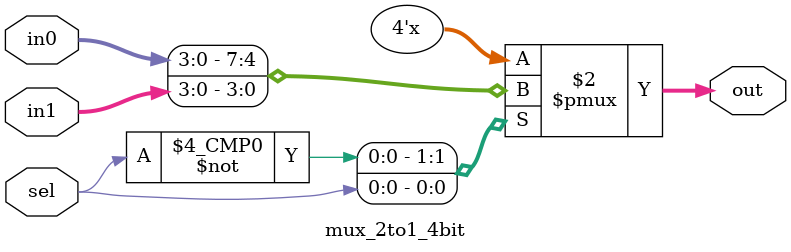
<source format=v>
`timescale 1ns / 1ps


module mux_2to1_4bit(
    input [3:0] in0,
    input [3:0] in1,
    input sel,
    output reg [3:0] out
);

always @(in0 or in1 or sel)
begin
    case(sel)
        
        0:       out <= in0;
        1:       out <= in1;
        default: out <= 4'bZZZZ;
        
    endcase
end
endmodule

</source>
